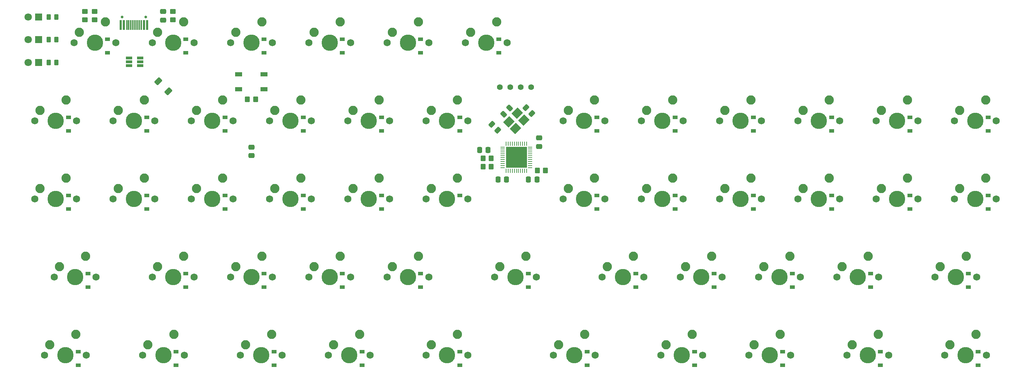
<source format=gbs>
G04 #@! TF.GenerationSoftware,KiCad,Pcbnew,(6.0.5)*
G04 #@! TF.CreationDate,2023-01-05T22:18:59-05:00*
G04 #@! TF.ProjectId,V4N4LPH4G0N-rounded,56344e34-4c50-4483-9447-304e2d726f75,rev?*
G04 #@! TF.SameCoordinates,Original*
G04 #@! TF.FileFunction,Soldermask,Bot*
G04 #@! TF.FilePolarity,Negative*
%FSLAX46Y46*%
G04 Gerber Fmt 4.6, Leading zero omitted, Abs format (unit mm)*
G04 Created by KiCad (PCBNEW (6.0.5)) date 2023-01-05 22:18:59*
%MOMM*%
%LPD*%
G01*
G04 APERTURE LIST*
G04 Aperture macros list*
%AMRoundRect*
0 Rectangle with rounded corners*
0 $1 Rounding radius*
0 $2 $3 $4 $5 $6 $7 $8 $9 X,Y pos of 4 corners*
0 Add a 4 corners polygon primitive as box body*
4,1,4,$2,$3,$4,$5,$6,$7,$8,$9,$2,$3,0*
0 Add four circle primitives for the rounded corners*
1,1,$1+$1,$2,$3*
1,1,$1+$1,$4,$5*
1,1,$1+$1,$6,$7*
1,1,$1+$1,$8,$9*
0 Add four rect primitives between the rounded corners*
20,1,$1+$1,$2,$3,$4,$5,0*
20,1,$1+$1,$4,$5,$6,$7,0*
20,1,$1+$1,$6,$7,$8,$9,0*
20,1,$1+$1,$8,$9,$2,$3,0*%
%AMRotRect*
0 Rectangle, with rotation*
0 The origin of the aperture is its center*
0 $1 length*
0 $2 width*
0 $3 Rotation angle, in degrees counterclockwise*
0 Add horizontal line*
21,1,$1,$2,0,0,$3*%
G04 Aperture macros list end*
%ADD10C,3.987800*%
%ADD11C,1.750000*%
%ADD12C,2.250000*%
%ADD13R,1.800000X1.800000*%
%ADD14C,1.800000*%
%ADD15C,1.397000*%
%ADD16R,1.200000X0.900000*%
%ADD17RoundRect,0.250000X0.262500X0.450000X-0.262500X0.450000X-0.262500X-0.450000X0.262500X-0.450000X0*%
%ADD18RoundRect,0.250000X-0.350000X-0.450000X0.350000X-0.450000X0.350000X0.450000X-0.350000X0.450000X0*%
%ADD19RotRect,2.100000X1.800000X225.000000*%
%ADD20RoundRect,0.250000X0.475000X-0.337500X0.475000X0.337500X-0.475000X0.337500X-0.475000X-0.337500X0*%
%ADD21RoundRect,0.250000X-0.337500X-0.475000X0.337500X-0.475000X0.337500X0.475000X-0.337500X0.475000X0*%
%ADD22RoundRect,0.250000X0.350000X0.450000X-0.350000X0.450000X-0.350000X-0.450000X0.350000X-0.450000X0*%
%ADD23RoundRect,0.062500X-0.475000X-0.062500X0.475000X-0.062500X0.475000X0.062500X-0.475000X0.062500X0*%
%ADD24RoundRect,0.062500X-0.062500X-0.475000X0.062500X-0.475000X0.062500X0.475000X-0.062500X0.475000X0*%
%ADD25R,5.200000X5.200000*%
%ADD26R,1.800000X1.100000*%
%ADD27RoundRect,0.250000X0.097227X-0.574524X0.574524X-0.097227X-0.097227X0.574524X-0.574524X0.097227X0*%
%ADD28RoundRect,0.250000X0.337500X0.475000X-0.337500X0.475000X-0.337500X-0.475000X0.337500X-0.475000X0*%
%ADD29RoundRect,0.250000X-0.450000X0.350000X-0.450000X-0.350000X0.450000X-0.350000X0.450000X0.350000X0*%
%ADD30RoundRect,0.250000X-0.475000X0.337500X-0.475000X-0.337500X0.475000X-0.337500X0.475000X0.337500X0*%
%ADD31C,0.650000*%
%ADD32R,0.600000X2.450000*%
%ADD33R,0.300000X2.450000*%
%ADD34R,1.560000X0.650000*%
%ADD35RoundRect,0.250000X0.574524X0.097227X0.097227X0.574524X-0.574524X-0.097227X-0.097227X-0.574524X0*%
%ADD36RoundRect,0.210527X-0.745252X-0.194454X-0.194454X-0.745252X0.745252X0.194454X0.194454X0.745252X0*%
G04 APERTURE END LIST*
D10*
X102393750Y-104457500D03*
D11*
X97313750Y-104457500D03*
X107473750Y-104457500D03*
D12*
X98583750Y-101917500D03*
X104933750Y-99377500D03*
D11*
X66992500Y-123507500D03*
D10*
X61912500Y-123507500D03*
D11*
X56832500Y-123507500D03*
D12*
X58102500Y-120967500D03*
X64452500Y-118427500D03*
D10*
X121443750Y-104457500D03*
D11*
X116363750Y-104457500D03*
X126523750Y-104457500D03*
D12*
X117633750Y-101917500D03*
X123983750Y-99377500D03*
D11*
X236061250Y-104457500D03*
D10*
X230981250Y-104457500D03*
D11*
X225901250Y-104457500D03*
D12*
X227171250Y-101917500D03*
X233521250Y-99377500D03*
D11*
X178276250Y-85407500D03*
D10*
X183356250Y-85407500D03*
D11*
X188436250Y-85407500D03*
D12*
X179546250Y-82867500D03*
X185896250Y-80327500D03*
D11*
X226536250Y-66357500D03*
X216376250Y-66357500D03*
D10*
X221456250Y-66357500D03*
D12*
X217646250Y-63817500D03*
X223996250Y-61277500D03*
D11*
X112236250Y-123507500D03*
X102076250Y-123507500D03*
D10*
X107156250Y-123507500D03*
D12*
X103346250Y-120967500D03*
X109696250Y-118427500D03*
D11*
X40798750Y-66357500D03*
X30638750Y-66357500D03*
D10*
X35718750Y-66357500D03*
D12*
X31908750Y-63817500D03*
X38258750Y-61277500D03*
D11*
X145573750Y-47307500D03*
X135413750Y-47307500D03*
D10*
X140493750Y-47307500D03*
D12*
X136683750Y-44767500D03*
X143033750Y-42227500D03*
D10*
X209550000Y-123507500D03*
D11*
X214630000Y-123507500D03*
X204470000Y-123507500D03*
D12*
X205740000Y-120967500D03*
X212090000Y-118427500D03*
D11*
X245586250Y-66357500D03*
D10*
X240506250Y-66357500D03*
D11*
X235426250Y-66357500D03*
D12*
X236696250Y-63817500D03*
X243046250Y-61277500D03*
D10*
X54768750Y-66357500D03*
D11*
X49688750Y-66357500D03*
X59848750Y-66357500D03*
D12*
X50958750Y-63817500D03*
X57308750Y-61277500D03*
D10*
X121443750Y-47307500D03*
D11*
X116363750Y-47307500D03*
X126523750Y-47307500D03*
D12*
X117633750Y-44767500D03*
X123983750Y-42227500D03*
D13*
X31529966Y-52092637D03*
D14*
X28989966Y-52092637D03*
D11*
X197326250Y-66357500D03*
X207486250Y-66357500D03*
D10*
X202406250Y-66357500D03*
D12*
X198596250Y-63817500D03*
X204946250Y-61277500D03*
D10*
X211931250Y-104457500D03*
D11*
X217011250Y-104457500D03*
X206851250Y-104457500D03*
D12*
X208121250Y-101917500D03*
X214471250Y-99377500D03*
D11*
X40163750Y-47307500D03*
X50323750Y-47307500D03*
D10*
X45243750Y-47307500D03*
D12*
X41433750Y-44767500D03*
X47783750Y-42227500D03*
D11*
X262255000Y-123507500D03*
X252095000Y-123507500D03*
D10*
X257175000Y-123507500D03*
D12*
X253365000Y-120967500D03*
X259715000Y-118427500D03*
D11*
X226536250Y-85407500D03*
D10*
X221456250Y-85407500D03*
D11*
X216376250Y-85407500D03*
D12*
X217646250Y-82867500D03*
X223996250Y-80327500D03*
D11*
X188436250Y-66357500D03*
X178276250Y-66357500D03*
D10*
X183356250Y-66357500D03*
D12*
X179546250Y-63817500D03*
X185896250Y-61277500D03*
D11*
X49688750Y-85407500D03*
X59848750Y-85407500D03*
D10*
X54768750Y-85407500D03*
D12*
X50958750Y-82867500D03*
X57308750Y-80327500D03*
D10*
X83343750Y-47307500D03*
D11*
X78263750Y-47307500D03*
X88423750Y-47307500D03*
D12*
X79533750Y-44767500D03*
X85883750Y-42227500D03*
D10*
X92868750Y-85407500D03*
D11*
X87788750Y-85407500D03*
X97948750Y-85407500D03*
D12*
X89058750Y-82867500D03*
X95408750Y-80327500D03*
D11*
X90805000Y-123507500D03*
D10*
X85725000Y-123507500D03*
D11*
X80645000Y-123507500D03*
D12*
X81915000Y-120967500D03*
X88265000Y-118427500D03*
D13*
X31529966Y-46571537D03*
D14*
X28989966Y-46571537D03*
D11*
X78898750Y-85407500D03*
D10*
X73818750Y-85407500D03*
D11*
X68738750Y-85407500D03*
D12*
X70008750Y-82867500D03*
X76358750Y-80327500D03*
D11*
X235426250Y-85407500D03*
X245586250Y-85407500D03*
D10*
X240506250Y-85407500D03*
D12*
X236696250Y-82867500D03*
X243046250Y-80327500D03*
D11*
X169386250Y-85407500D03*
X159226250Y-85407500D03*
D10*
X164306250Y-85407500D03*
D12*
X160496250Y-82867500D03*
X166846250Y-80327500D03*
D11*
X59213750Y-104457500D03*
D10*
X64293750Y-104457500D03*
D11*
X69373750Y-104457500D03*
D12*
X60483750Y-101917500D03*
X66833750Y-99377500D03*
D10*
X130968750Y-123507500D03*
D11*
X125888750Y-123507500D03*
X136048750Y-123507500D03*
D12*
X127158750Y-120967500D03*
X133508750Y-118427500D03*
D11*
X168751250Y-104457500D03*
D10*
X173831250Y-104457500D03*
D11*
X178911250Y-104457500D03*
D12*
X170021250Y-101917500D03*
X176371250Y-99377500D03*
D10*
X130968750Y-66357500D03*
D11*
X125888750Y-66357500D03*
X136048750Y-66357500D03*
D12*
X127158750Y-63817500D03*
X133508750Y-61277500D03*
D11*
X30638750Y-85407500D03*
D10*
X35718750Y-85407500D03*
D11*
X40798750Y-85407500D03*
D12*
X31908750Y-82867500D03*
X38258750Y-80327500D03*
D11*
X107473750Y-47307500D03*
X97313750Y-47307500D03*
D10*
X102393750Y-47307500D03*
D12*
X98583750Y-44767500D03*
X104933750Y-42227500D03*
D13*
X31529966Y-41050437D03*
D14*
X28989966Y-41050437D03*
D11*
X45561250Y-104457500D03*
X35401250Y-104457500D03*
D10*
X40481250Y-104457500D03*
D12*
X36671250Y-101917500D03*
X43021250Y-99377500D03*
D11*
X68738750Y-66357500D03*
X78898750Y-66357500D03*
D10*
X73818750Y-66357500D03*
D12*
X70008750Y-63817500D03*
X76358750Y-61277500D03*
D11*
X136048750Y-85407500D03*
D10*
X130968750Y-85407500D03*
D11*
X125888750Y-85407500D03*
D12*
X127158750Y-82867500D03*
X133508750Y-80327500D03*
D10*
X259556250Y-66357500D03*
D11*
X264636250Y-66357500D03*
X254476250Y-66357500D03*
D12*
X255746250Y-63817500D03*
X262096250Y-61277500D03*
D11*
X106838750Y-66357500D03*
X116998750Y-66357500D03*
D10*
X111918750Y-66357500D03*
D12*
X108108750Y-63817500D03*
X114458750Y-61277500D03*
D10*
X259556250Y-85407500D03*
D11*
X254476250Y-85407500D03*
X264636250Y-85407500D03*
D12*
X255746250Y-82867500D03*
X262096250Y-80327500D03*
D11*
X69373750Y-47307500D03*
D10*
X64293750Y-47307500D03*
D11*
X59213750Y-47307500D03*
D12*
X60483750Y-44767500D03*
X66833750Y-42227500D03*
D11*
X249713750Y-104457500D03*
D10*
X254793750Y-104457500D03*
D11*
X259873750Y-104457500D03*
D12*
X250983750Y-101917500D03*
X257333750Y-99377500D03*
D11*
X197961250Y-104457500D03*
X187801250Y-104457500D03*
D10*
X192881250Y-104457500D03*
D12*
X189071250Y-101917500D03*
X195421250Y-99377500D03*
D11*
X167005000Y-123507500D03*
D10*
X161925000Y-123507500D03*
D11*
X156845000Y-123507500D03*
D12*
X158115000Y-120967500D03*
X164465000Y-118427500D03*
D15*
X151447500Y-58152500D03*
X148907500Y-58152500D03*
X146367500Y-58152500D03*
X143827500Y-58152500D03*
D11*
X33020000Y-123507500D03*
D10*
X38100000Y-123507500D03*
D11*
X43180000Y-123507500D03*
D12*
X34290000Y-120967500D03*
X40640000Y-118427500D03*
D10*
X233362500Y-123507500D03*
D11*
X238442500Y-123507500D03*
X228282500Y-123507500D03*
D12*
X229552500Y-120967500D03*
X235902500Y-118427500D03*
D11*
X116998750Y-85407500D03*
X106838750Y-85407500D03*
D10*
X111918750Y-85407500D03*
D12*
X108108750Y-82867500D03*
X114458750Y-80327500D03*
D10*
X188118750Y-123507500D03*
D11*
X193198750Y-123507500D03*
X183038750Y-123507500D03*
D12*
X184308750Y-120967500D03*
X190658750Y-118427500D03*
D11*
X159226250Y-66357500D03*
X169386250Y-66357500D03*
D10*
X164306250Y-66357500D03*
D12*
X160496250Y-63817500D03*
X166846250Y-61277500D03*
D11*
X142557500Y-104457500D03*
X152717500Y-104457500D03*
D10*
X147637500Y-104457500D03*
D12*
X143827500Y-101917500D03*
X150177500Y-99377500D03*
D11*
X88423750Y-104457500D03*
X78263750Y-104457500D03*
D10*
X83343750Y-104457500D03*
D12*
X79533750Y-101917500D03*
X85883750Y-99377500D03*
D10*
X202406250Y-85407500D03*
D11*
X207486250Y-85407500D03*
X197326250Y-85407500D03*
D12*
X198596250Y-82867500D03*
X204946250Y-80327500D03*
D11*
X87788750Y-66357500D03*
D10*
X92868750Y-66357500D03*
D11*
X97948750Y-66357500D03*
D12*
X89058750Y-63817500D03*
X95408750Y-61277500D03*
D16*
X86444380Y-106901250D03*
X86444380Y-103601250D03*
D17*
X35837500Y-46571537D03*
X34012500Y-46571537D03*
D16*
X124545956Y-49751250D03*
X124545956Y-46451250D03*
D18*
X139730000Y-75528753D03*
X141730000Y-75528753D03*
D19*
X149682228Y-66145368D03*
X147631618Y-68195978D03*
X146005272Y-66569632D03*
X148055882Y-64519022D03*
D20*
X61876830Y-41760050D03*
X61876830Y-39685050D03*
D16*
X105495168Y-106901250D03*
X105495168Y-103601250D03*
X165030876Y-125951250D03*
X165030876Y-122651250D03*
X262657762Y-87851250D03*
X262657762Y-84551250D03*
X186457762Y-87851250D03*
X186457762Y-84551250D03*
X76912189Y-87851250D03*
X76912189Y-84551250D03*
X262657762Y-68801250D03*
X262657762Y-65501250D03*
X134068021Y-125951250D03*
X134068021Y-122651250D03*
X191214166Y-125951250D03*
X191214166Y-122651250D03*
X48343592Y-49751250D03*
X48343592Y-46451250D03*
D21*
X143387500Y-80645000D03*
X145462500Y-80645000D03*
D16*
X260272325Y-125951250D03*
X260272325Y-122651250D03*
X67393592Y-49751250D03*
X67393592Y-46451250D03*
X41195742Y-125951250D03*
X41195742Y-122651250D03*
D22*
X154942541Y-78474835D03*
X152942541Y-78474835D03*
D16*
X243607762Y-87851250D03*
X243607762Y-84551250D03*
D23*
X144506250Y-77747322D03*
X144506250Y-77247322D03*
X144506250Y-76747322D03*
X144506250Y-76247322D03*
X144506250Y-75747322D03*
X144506250Y-75247322D03*
X144506250Y-74747322D03*
X144506250Y-74247322D03*
X144506250Y-73747322D03*
X144506250Y-73247322D03*
X144506250Y-72747322D03*
D24*
X145343750Y-71909822D03*
X145843750Y-71909822D03*
X146343750Y-71909822D03*
X146843750Y-71909822D03*
X147343750Y-71909822D03*
X147843750Y-71909822D03*
X148343750Y-71909822D03*
X148843750Y-71909822D03*
X149343750Y-71909822D03*
X149843750Y-71909822D03*
X150343750Y-71909822D03*
D23*
X151181250Y-72747322D03*
X151181250Y-73247322D03*
X151181250Y-73747322D03*
X151181250Y-74247322D03*
X151181250Y-74747322D03*
X151181250Y-75247322D03*
X151181250Y-75747322D03*
X151181250Y-76247322D03*
X151181250Y-76747322D03*
X151181250Y-77247322D03*
X151181250Y-77747322D03*
D24*
X150343750Y-78584822D03*
X149843750Y-78584822D03*
X149343750Y-78584822D03*
X148843750Y-78584822D03*
X148343750Y-78584822D03*
X147843750Y-78584822D03*
X147343750Y-78584822D03*
X146843750Y-78584822D03*
X146343750Y-78584822D03*
X145843750Y-78584822D03*
X145343750Y-78584822D03*
D25*
X147843750Y-75247322D03*
D16*
X67393592Y-106901250D03*
X67393592Y-103601250D03*
X257887642Y-106901250D03*
X257887642Y-103601250D03*
D26*
X80243750Y-54982500D03*
X86443750Y-54982500D03*
X86443750Y-58682500D03*
X80243750Y-58682500D03*
D27*
X144728877Y-64709873D03*
X146196123Y-63242627D03*
D17*
X35837500Y-52092637D03*
X34012500Y-52092637D03*
D16*
X57862885Y-68801250D03*
X57862885Y-65501250D03*
D28*
X140943750Y-73501250D03*
X138868750Y-73501250D03*
D16*
X38813581Y-87851250D03*
X38813581Y-84551250D03*
D29*
X64258080Y-39722550D03*
X64258080Y-41722550D03*
D16*
X212645742Y-125951250D03*
X212645742Y-122651250D03*
X224557762Y-68801250D03*
X224557762Y-65501250D03*
D20*
X153384299Y-72616304D03*
X153384299Y-70541304D03*
D16*
X95961493Y-68801250D03*
X95961493Y-65501250D03*
X167407762Y-68801250D03*
X167407762Y-65501250D03*
D30*
X83343750Y-72781250D03*
X83343750Y-74856250D03*
D16*
X134060102Y-84551250D03*
X110262849Y-125951250D03*
X110262849Y-122651250D03*
D29*
X42826830Y-39722550D03*
X42826830Y-41722550D03*
D16*
X243607762Y-68801250D03*
X243607762Y-65501250D03*
X205507762Y-87851250D03*
X205507762Y-84551250D03*
D17*
X35837500Y-41050437D03*
X34012500Y-41050437D03*
D16*
X195986610Y-106901250D03*
X195986610Y-103601250D03*
D29*
X45208080Y-39722550D03*
X45208080Y-41722550D03*
D31*
X51878750Y-41027334D03*
X57658750Y-41027334D03*
D32*
X51543750Y-42972334D03*
X52318750Y-42972334D03*
D33*
X53018750Y-42972334D03*
X53518750Y-42972334D03*
X54018750Y-42972334D03*
X54518750Y-42972334D03*
X55018750Y-42972334D03*
X55518750Y-42972334D03*
X56018750Y-42972334D03*
X56518750Y-42972334D03*
D32*
X57218750Y-42972334D03*
X57993750Y-42972334D03*
D16*
X150745230Y-106901250D03*
X150745230Y-103601250D03*
X76912189Y-68801250D03*
X76912189Y-65501250D03*
X224557762Y-87851250D03*
X224557762Y-84551250D03*
X124545956Y-106901250D03*
X124545956Y-103601250D03*
X215037400Y-106901250D03*
X215037400Y-103601250D03*
D34*
X53588348Y-52910315D03*
X53588348Y-51960315D03*
X53588348Y-51010315D03*
X56288348Y-51010315D03*
X56288348Y-51960315D03*
X56288348Y-52910315D03*
D35*
X151630374Y-64587874D03*
X150163128Y-63120628D03*
D16*
X234088190Y-106901250D03*
X234088190Y-103601250D03*
X205507762Y-68801250D03*
X205507762Y-65501250D03*
X134060102Y-68801250D03*
X134060102Y-65501250D03*
D36*
X60710418Y-56741668D03*
X63114582Y-59145832D03*
D16*
X115010797Y-68801250D03*
X115010797Y-65501250D03*
X43574596Y-106901250D03*
X43574596Y-103601250D03*
X88829548Y-125951250D03*
X88829548Y-122651250D03*
X176935820Y-106901250D03*
X176935820Y-103601250D03*
X167407762Y-87851250D03*
X167407762Y-84551250D03*
X105495168Y-49751250D03*
X105495168Y-46451250D03*
X115010797Y-87851250D03*
X115010797Y-84551250D03*
X186457762Y-68801250D03*
X186457762Y-65501250D03*
D18*
X139730000Y-77560753D03*
X141730000Y-77560753D03*
D22*
X84343750Y-61118750D03*
X82343750Y-61118750D03*
D16*
X95961493Y-87851250D03*
X95961493Y-84551250D03*
X57862885Y-87851250D03*
X57862885Y-84551250D03*
X143595956Y-49751250D03*
X143595956Y-46451250D03*
X86444380Y-49751250D03*
X86444380Y-46451250D03*
X38813581Y-68801250D03*
X38813581Y-65501250D03*
D35*
X143331257Y-68666217D03*
X141864011Y-67198971D03*
D28*
X152850000Y-80645000D03*
X150775000Y-80645000D03*
D16*
X65014113Y-125951250D03*
X65014113Y-122651250D03*
X236464395Y-125951250D03*
X236464395Y-122651250D03*
M02*

</source>
